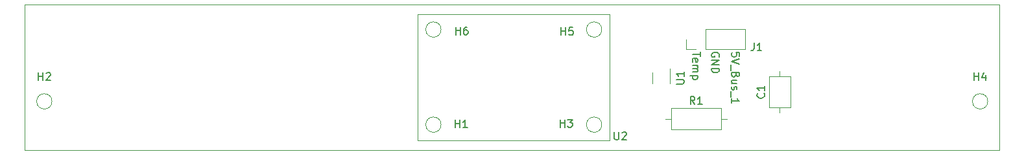
<source format=gbr>
G04 #@! TF.GenerationSoftware,KiCad,Pcbnew,(5.1.5)-3*
G04 #@! TF.CreationDate,2020-04-11T23:17:57-04:00*
G04 #@! TF.ProjectId,SensorEndPanel,53656e73-6f72-4456-9e64-50616e656c2e,rev?*
G04 #@! TF.SameCoordinates,Original*
G04 #@! TF.FileFunction,Legend,Top*
G04 #@! TF.FilePolarity,Positive*
%FSLAX46Y46*%
G04 Gerber Fmt 4.6, Leading zero omitted, Abs format (unit mm)*
G04 Created by KiCad (PCBNEW (5.1.5)-3) date 2020-04-11 23:17:57*
%MOMM*%
%LPD*%
G04 APERTURE LIST*
%ADD10C,0.150000*%
%ADD11C,0.120000*%
G04 APERTURE END LIST*
D10*
X141547619Y-32214285D02*
X141547619Y-31738095D01*
X141071428Y-31690476D01*
X141119047Y-31738095D01*
X141166666Y-31833333D01*
X141166666Y-32071428D01*
X141119047Y-32166666D01*
X141071428Y-32214285D01*
X140976190Y-32261904D01*
X140738095Y-32261904D01*
X140642857Y-32214285D01*
X140595238Y-32166666D01*
X140547619Y-32071428D01*
X140547619Y-31833333D01*
X140595238Y-31738095D01*
X140642857Y-31690476D01*
X141547619Y-32547619D02*
X140547619Y-32880952D01*
X141547619Y-33214285D01*
X140452380Y-33309523D02*
X140452380Y-34071428D01*
X141071428Y-34642857D02*
X141023809Y-34785714D01*
X140976190Y-34833333D01*
X140880952Y-34880952D01*
X140738095Y-34880952D01*
X140642857Y-34833333D01*
X140595238Y-34785714D01*
X140547619Y-34690476D01*
X140547619Y-34309523D01*
X141547619Y-34309523D01*
X141547619Y-34642857D01*
X141500000Y-34738095D01*
X141452380Y-34785714D01*
X141357142Y-34833333D01*
X141261904Y-34833333D01*
X141166666Y-34785714D01*
X141119047Y-34738095D01*
X141071428Y-34642857D01*
X141071428Y-34309523D01*
X141214285Y-35738095D02*
X140547619Y-35738095D01*
X141214285Y-35309523D02*
X140690476Y-35309523D01*
X140595238Y-35357142D01*
X140547619Y-35452380D01*
X140547619Y-35595238D01*
X140595238Y-35690476D01*
X140642857Y-35738095D01*
X140595238Y-36166666D02*
X140547619Y-36261904D01*
X140547619Y-36452380D01*
X140595238Y-36547619D01*
X140690476Y-36595238D01*
X140738095Y-36595238D01*
X140833333Y-36547619D01*
X140880952Y-36452380D01*
X140880952Y-36309523D01*
X140928571Y-36214285D01*
X141023809Y-36166666D01*
X141071428Y-36166666D01*
X141166666Y-36214285D01*
X141214285Y-36309523D01*
X141214285Y-36452380D01*
X141166666Y-36547619D01*
X140452380Y-36785714D02*
X140452380Y-37547619D01*
X140547619Y-38309523D02*
X140547619Y-37738095D01*
X140547619Y-38023809D02*
X141547619Y-38023809D01*
X141404761Y-37928571D01*
X141309523Y-37833333D01*
X141261904Y-37738095D01*
X138875000Y-32263095D02*
X138922619Y-32167857D01*
X138922619Y-32025000D01*
X138875000Y-31882142D01*
X138779761Y-31786904D01*
X138684523Y-31739285D01*
X138494047Y-31691666D01*
X138351190Y-31691666D01*
X138160714Y-31739285D01*
X138065476Y-31786904D01*
X137970238Y-31882142D01*
X137922619Y-32025000D01*
X137922619Y-32120238D01*
X137970238Y-32263095D01*
X138017857Y-32310714D01*
X138351190Y-32310714D01*
X138351190Y-32120238D01*
X137922619Y-32739285D02*
X138922619Y-32739285D01*
X137922619Y-33310714D01*
X138922619Y-33310714D01*
X137922619Y-33786904D02*
X138922619Y-33786904D01*
X138922619Y-34025000D01*
X138875000Y-34167857D01*
X138779761Y-34263095D01*
X138684523Y-34310714D01*
X138494047Y-34358333D01*
X138351190Y-34358333D01*
X138160714Y-34310714D01*
X138065476Y-34263095D01*
X137970238Y-34167857D01*
X137922619Y-34025000D01*
X137922619Y-33786904D01*
X136422619Y-31641666D02*
X136422619Y-32213095D01*
X135422619Y-31927380D02*
X136422619Y-31927380D01*
X135470238Y-32927380D02*
X135422619Y-32832142D01*
X135422619Y-32641666D01*
X135470238Y-32546428D01*
X135565476Y-32498809D01*
X135946428Y-32498809D01*
X136041666Y-32546428D01*
X136089285Y-32641666D01*
X136089285Y-32832142D01*
X136041666Y-32927380D01*
X135946428Y-32975000D01*
X135851190Y-32975000D01*
X135755952Y-32498809D01*
X135422619Y-33403571D02*
X136089285Y-33403571D01*
X135994047Y-33403571D02*
X136041666Y-33451190D01*
X136089285Y-33546428D01*
X136089285Y-33689285D01*
X136041666Y-33784523D01*
X135946428Y-33832142D01*
X135422619Y-33832142D01*
X135946428Y-33832142D02*
X136041666Y-33879761D01*
X136089285Y-33975000D01*
X136089285Y-34117857D01*
X136041666Y-34213095D01*
X135946428Y-34260714D01*
X135422619Y-34260714D01*
X136089285Y-34736904D02*
X135089285Y-34736904D01*
X136041666Y-34736904D02*
X136089285Y-34832142D01*
X136089285Y-35022619D01*
X136041666Y-35117857D01*
X135994047Y-35165476D01*
X135898809Y-35213095D01*
X135613095Y-35213095D01*
X135517857Y-35165476D01*
X135470238Y-35117857D01*
X135422619Y-35022619D01*
X135422619Y-34832142D01*
X135470238Y-34736904D01*
D11*
X173974000Y-38100000D02*
G75*
G03X173974000Y-38100000I-1000000J0D01*
G01*
X51800000Y-38100000D02*
G75*
G03X51800000Y-38100000I-1000000J0D01*
G01*
X48260000Y-44450000D02*
X50800000Y-44450000D01*
X48260000Y-44450000D02*
X48260000Y-25400000D01*
X175514000Y-44450000D02*
X48260000Y-44450000D01*
X175514000Y-25400000D02*
X175514000Y-44450000D01*
X48260000Y-25400000D02*
X175514000Y-25400000D01*
X123580400Y-41148000D02*
G75*
G03X123580400Y-41148000I-1000000J0D01*
G01*
X124612400Y-43180000D02*
X124612400Y-41148000D01*
X102600000Y-41148000D02*
G75*
G03X102600000Y-41148000I-1000000J0D01*
G01*
X99568000Y-43180000D02*
X99568000Y-41148000D01*
X123580400Y-28702000D02*
G75*
G03X123580400Y-28702000I-1000000J0D01*
G01*
X124612400Y-26670000D02*
X124612400Y-28702000D01*
X102600000Y-28702000D02*
G75*
G03X102600000Y-28702000I-1000000J0D01*
G01*
X99568000Y-26670000D02*
X99568000Y-28702000D01*
X124612400Y-43180000D02*
X99568000Y-43180000D01*
X124612400Y-26670000D02*
X124612400Y-43180000D01*
X99568000Y-26670000D02*
X124612400Y-26670000D01*
X99568000Y-43180000D02*
X99568000Y-26670000D01*
X130158000Y-34352000D02*
X130158000Y-35752000D01*
X132478000Y-35752000D02*
X132478000Y-33852000D01*
X139930000Y-40386000D02*
X139160000Y-40386000D01*
X131850000Y-40386000D02*
X132620000Y-40386000D01*
X139160000Y-39016000D02*
X132620000Y-39016000D01*
X139160000Y-41756000D02*
X139160000Y-39016000D01*
X132620000Y-41756000D02*
X139160000Y-41756000D01*
X132620000Y-39016000D02*
X132620000Y-41756000D01*
X134560000Y-31302000D02*
X134560000Y-29972000D01*
X135890000Y-31302000D02*
X134560000Y-31302000D01*
X137160000Y-31302000D02*
X137160000Y-28642000D01*
X137160000Y-28642000D02*
X142300000Y-28642000D01*
X137160000Y-31302000D02*
X142300000Y-31302000D01*
X142300000Y-31302000D02*
X142300000Y-28642000D01*
X146812000Y-34180000D02*
X146812000Y-34870000D01*
X146812000Y-39600000D02*
X146812000Y-38910000D01*
X145392000Y-34870000D02*
X145392000Y-38910000D01*
X148232000Y-34870000D02*
X145392000Y-34870000D01*
X148232000Y-38910000D02*
X148232000Y-34870000D01*
X145392000Y-38910000D02*
X148232000Y-38910000D01*
D10*
X104538095Y-29377380D02*
X104538095Y-28377380D01*
X104538095Y-28853571D02*
X105109523Y-28853571D01*
X105109523Y-29377380D02*
X105109523Y-28377380D01*
X106014285Y-28377380D02*
X105823809Y-28377380D01*
X105728571Y-28425000D01*
X105680952Y-28472619D01*
X105585714Y-28615476D01*
X105538095Y-28805952D01*
X105538095Y-29186904D01*
X105585714Y-29282142D01*
X105633333Y-29329761D01*
X105728571Y-29377380D01*
X105919047Y-29377380D01*
X106014285Y-29329761D01*
X106061904Y-29282142D01*
X106109523Y-29186904D01*
X106109523Y-28948809D01*
X106061904Y-28853571D01*
X106014285Y-28805952D01*
X105919047Y-28758333D01*
X105728571Y-28758333D01*
X105633333Y-28805952D01*
X105585714Y-28853571D01*
X105538095Y-28948809D01*
X118263095Y-29427380D02*
X118263095Y-28427380D01*
X118263095Y-28903571D02*
X118834523Y-28903571D01*
X118834523Y-29427380D02*
X118834523Y-28427380D01*
X119786904Y-28427380D02*
X119310714Y-28427380D01*
X119263095Y-28903571D01*
X119310714Y-28855952D01*
X119405952Y-28808333D01*
X119644047Y-28808333D01*
X119739285Y-28855952D01*
X119786904Y-28903571D01*
X119834523Y-28998809D01*
X119834523Y-29236904D01*
X119786904Y-29332142D01*
X119739285Y-29379761D01*
X119644047Y-29427380D01*
X119405952Y-29427380D01*
X119310714Y-29379761D01*
X119263095Y-29332142D01*
X172212095Y-35352380D02*
X172212095Y-34352380D01*
X172212095Y-34828571D02*
X172783523Y-34828571D01*
X172783523Y-35352380D02*
X172783523Y-34352380D01*
X173688285Y-34685714D02*
X173688285Y-35352380D01*
X173450190Y-34304761D02*
X173212095Y-35019047D01*
X173831142Y-35019047D01*
X118163095Y-41477380D02*
X118163095Y-40477380D01*
X118163095Y-40953571D02*
X118734523Y-40953571D01*
X118734523Y-41477380D02*
X118734523Y-40477380D01*
X119115476Y-40477380D02*
X119734523Y-40477380D01*
X119401190Y-40858333D01*
X119544047Y-40858333D01*
X119639285Y-40905952D01*
X119686904Y-40953571D01*
X119734523Y-41048809D01*
X119734523Y-41286904D01*
X119686904Y-41382142D01*
X119639285Y-41429761D01*
X119544047Y-41477380D01*
X119258333Y-41477380D01*
X119163095Y-41429761D01*
X119115476Y-41382142D01*
X50038095Y-35352380D02*
X50038095Y-34352380D01*
X50038095Y-34828571D02*
X50609523Y-34828571D01*
X50609523Y-35352380D02*
X50609523Y-34352380D01*
X51038095Y-34447619D02*
X51085714Y-34400000D01*
X51180952Y-34352380D01*
X51419047Y-34352380D01*
X51514285Y-34400000D01*
X51561904Y-34447619D01*
X51609523Y-34542857D01*
X51609523Y-34638095D01*
X51561904Y-34780952D01*
X50990476Y-35352380D01*
X51609523Y-35352380D01*
X104463095Y-41527380D02*
X104463095Y-40527380D01*
X104463095Y-41003571D02*
X105034523Y-41003571D01*
X105034523Y-41527380D02*
X105034523Y-40527380D01*
X106034523Y-41527380D02*
X105463095Y-41527380D01*
X105748809Y-41527380D02*
X105748809Y-40527380D01*
X105653571Y-40670238D01*
X105558333Y-40765476D01*
X105463095Y-40813095D01*
X125222095Y-42124380D02*
X125222095Y-42933904D01*
X125269714Y-43029142D01*
X125317333Y-43076761D01*
X125412571Y-43124380D01*
X125603047Y-43124380D01*
X125698285Y-43076761D01*
X125745904Y-43029142D01*
X125793523Y-42933904D01*
X125793523Y-42124380D01*
X126222095Y-42219619D02*
X126269714Y-42172000D01*
X126364952Y-42124380D01*
X126603047Y-42124380D01*
X126698285Y-42172000D01*
X126745904Y-42219619D01*
X126793523Y-42314857D01*
X126793523Y-42410095D01*
X126745904Y-42552952D01*
X126174476Y-43124380D01*
X126793523Y-43124380D01*
X133310380Y-35813904D02*
X134119904Y-35813904D01*
X134215142Y-35766285D01*
X134262761Y-35718666D01*
X134310380Y-35623428D01*
X134310380Y-35432952D01*
X134262761Y-35337714D01*
X134215142Y-35290095D01*
X134119904Y-35242476D01*
X133310380Y-35242476D01*
X134310380Y-34242476D02*
X134310380Y-34813904D01*
X134310380Y-34528190D02*
X133310380Y-34528190D01*
X133453238Y-34623428D01*
X133548476Y-34718666D01*
X133596095Y-34813904D01*
X135723333Y-38468380D02*
X135390000Y-37992190D01*
X135151904Y-38468380D02*
X135151904Y-37468380D01*
X135532857Y-37468380D01*
X135628095Y-37516000D01*
X135675714Y-37563619D01*
X135723333Y-37658857D01*
X135723333Y-37801714D01*
X135675714Y-37896952D01*
X135628095Y-37944571D01*
X135532857Y-37992190D01*
X135151904Y-37992190D01*
X136675714Y-38468380D02*
X136104285Y-38468380D01*
X136390000Y-38468380D02*
X136390000Y-37468380D01*
X136294761Y-37611238D01*
X136199523Y-37706476D01*
X136104285Y-37754095D01*
X143441666Y-30452380D02*
X143441666Y-31166666D01*
X143394047Y-31309523D01*
X143298809Y-31404761D01*
X143155952Y-31452380D01*
X143060714Y-31452380D01*
X144441666Y-31452380D02*
X143870238Y-31452380D01*
X144155952Y-31452380D02*
X144155952Y-30452380D01*
X144060714Y-30595238D01*
X143965476Y-30690476D01*
X143870238Y-30738095D01*
X144749142Y-37056666D02*
X144796761Y-37104285D01*
X144844380Y-37247142D01*
X144844380Y-37342380D01*
X144796761Y-37485238D01*
X144701523Y-37580476D01*
X144606285Y-37628095D01*
X144415809Y-37675714D01*
X144272952Y-37675714D01*
X144082476Y-37628095D01*
X143987238Y-37580476D01*
X143892000Y-37485238D01*
X143844380Y-37342380D01*
X143844380Y-37247142D01*
X143892000Y-37104285D01*
X143939619Y-37056666D01*
X144844380Y-36104285D02*
X144844380Y-36675714D01*
X144844380Y-36390000D02*
X143844380Y-36390000D01*
X143987238Y-36485238D01*
X144082476Y-36580476D01*
X144130095Y-36675714D01*
M02*

</source>
